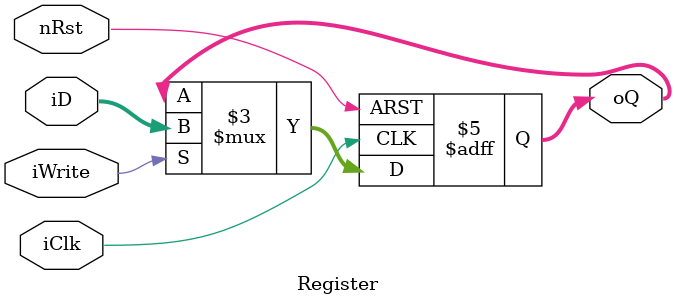
<source format=sv>
/**
 * @file Register.sv
 * @author Jacob Chisholm (https://Jchisholm204.github.io)
 * @brief 
 * @version 0.1
 * @date Created: 2025-06-14
 * @modified Last Modified: 2025-06-14
 *
 * @copyright Copyright (c) 2025
 */

`timescale 1ns/100ps
module Register #(
    parameter int width = 32
    )(
    input logic iClk, nRst, iWrite,
    input logic [width-1:0] iD,
    output logic [width-1:0] oQ
);

always_ff @(posedge iClk, negedge nRst) begin
    if(!nRst)
        oQ <= {width{1'b0}};
    else if(iWrite)
        oQ <= iD;
end

endmodule


</source>
